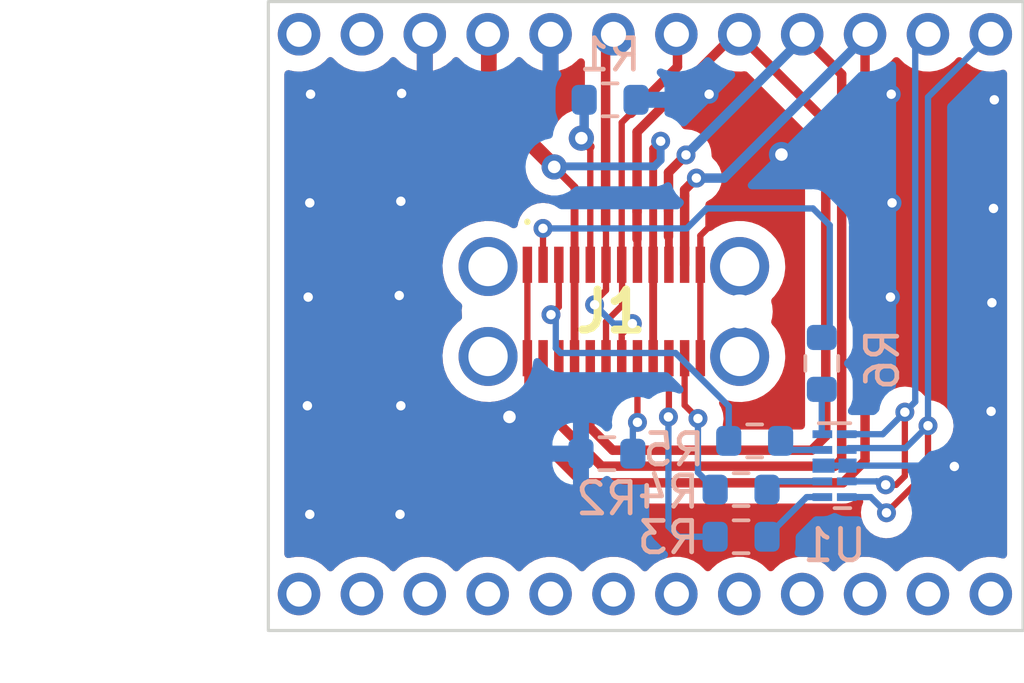
<source format=kicad_pcb>
(kicad_pcb (version 20211014) (generator pcbnew)
  (layers (0 "F.Cu" signal) (31 "B.Cu" signal) (34 "B.Paste" user) (35 "F.Paste" user) (36 "B.SilkS" user "B.Silkscreen") (37 "F.SilkS" user "F.Silkscreen") (38 "B.Mask" user) (39 "F.Mask" user) (44 "Edge.Cuts" user))
  (net 0 "")
  (net 1 "GND")
  (net 2 "+5V")
  (net 7 "UCI_COBC_UART_TX")
  (net 8 "UCI_COBC_UART_RX")
  (net 9 "COBC_Flashing_1")
  (net 10 "COBC_Flashing_2")
  (net 11 "+3.3V")
  (net 12 "COBC_Debugging_1")
  (net 13 "COBC_Debugging_2")
  (net 14 "Net-(J1-PadA5)")
  (net 15 "Net-(J1-PadB5)")
  (net 16 "1")
  (net 17 "2")
  (net 18 "4")
  (net 19 "3")
  (net 20 "Net-(U1-Pad1)")
  (net 21 "Net-(U1-Pad2)")
  (net 22 "Net-(U1-Pad4)")
  (net 23 "Net-(U1-Pad5)")
  (footprint "STS_connector:USB4160030170C" (layer "F.Cu") (at 133.0122 91.4146)
    (fp_text reference "J1" (at -0.094 0) (layer "F.SilkS") (effects (font (size 1.27 1.27) (thickness 0.254))))
    (fp_text value "Conn_02x14_Counter_Clockwise" hide)
    (fp_line (start -2.75 -2.8) (end -2.75 -2.8) (layer "F.SilkS") (width 0.1))
    (fp_line (start -2.75 -2.9) (end -2.75 -2.9) (layer "F.SilkS") (width 0.1))
    (fp_arc (start -2.75 -2.8) (mid -2.8 -2.85) (end -2.75 -2.9) (layer "F.SilkS") (width 0.1))
    (fp_arc (start -2.75 -2.9) (mid -2.7 -2.85) (end -2.75 -2.8) (layer "F.SilkS") (width 0.1))
    (pad "" np_thru_hole circle locked (at -4 0) (size 0.66 0.66) (drill 0.66) (layers *.Cu *.Mask))
    (pad "" np_thru_hole circle locked (at 4 0) (size 1.08 1.08) (drill 1.08) (layers *.Cu *.Mask))
    (pad "A1" smd rect locked (at -2.75 -1.485) (size 0.3 1.15) (layers "F.Cu" "F.Paste" "F.Mask") (net 1 "GND"))
    (pad "A2" smd rect locked (at -2.25 -1.485) (size 0.3 1.15) (layers "F.Cu" "F.Paste" "F.Mask") (net 16 "1"))
    (pad "A3" smd rect locked (at -1.75 -1.485) (size 0.3 1.15) (layers "F.Cu" "F.Paste" "F.Mask") (net 17 "2"))
    (pad "A4" smd rect locked (at -1.25 -1.485) (size 0.3 1.15) (layers "F.Cu" "F.Paste" "F.Mask") (net 2 "+5V"))
    (pad "A5" smd rect locked (at -0.75 -1.485) (size 0.3 1.15) (layers "F.Cu" "F.Paste" "F.Mask") (net 14 "Net-(J1-PadA5)"))
    (pad "A6" smd rect locked (at -0.25 -1.485) (size 0.3 1.15) (layers "F.Cu" "F.Paste" "F.Mask") (net 9 "COBC_Flashing_1"))
    (pad "A7" smd rect locked (at 0.25 -1.485) (size 0.3 1.15) (layers "F.Cu" "F.Paste" "F.Mask") (net 10 "COBC_Flashing_2"))
    (pad "A8" smd rect locked (at 0.75 -1.485) (size 0.3 1.15) (layers "F.Cu" "F.Paste" "F.Mask") (net 11 "+3.3V"))
    (pad "A9" smd rect locked (at 1.25 -1.485) (size 0.3 1.15) (layers "F.Cu" "F.Paste" "F.Mask") (net 2 "+5V"))
    (pad "A10" smd rect locked (at 1.75 -1.485) (size 0.3 1.15) (layers "F.Cu" "F.Paste" "F.Mask") (net 12 "COBC_Debugging_1"))
    (pad "A11" smd rect locked (at 2.25 -1.485) (size 0.3 1.15) (layers "F.Cu" "F.Paste" "F.Mask") (net 13 "COBC_Debugging_2"))
    (pad "A12" smd rect locked (at 2.75 -1.485) (size 0.3 1.15) (layers "F.Cu" "F.Paste" "F.Mask") (net 1 "GND"))
    (pad "B1" smd rect locked (at 2.75 1.485) (size 0.3 1.15) (layers "F.Cu" "F.Paste" "F.Mask") (net 1 "GND"))
    (pad "B2" smd rect locked (at 2.25 1.485) (size 0.3 1.15) (layers "F.Cu" "F.Paste" "F.Mask") (net 18 "4"))
    (pad "B3" smd rect locked (at 1.75 1.485) (size 0.3 1.15) (layers "F.Cu" "F.Paste" "F.Mask") (net 19 "3"))
    (pad "B4" smd rect locked (at 1.25 1.485) (size 0.3 1.15) (layers "F.Cu" "F.Paste" "F.Mask") (net 2 "+5V"))
    (pad "B5" smd rect locked (at 0.75 1.485) (size 0.3 1.15) (layers "F.Cu" "F.Paste" "F.Mask") (net 15 "Net-(J1-PadB5)"))
    (pad "B6" smd rect locked (at 0.25 1.485) (size 0.3 1.15) (layers "F.Cu" "F.Paste" "F.Mask") (net 9 "COBC_Flashing_1"))
    (pad "B7" smd rect locked (at -0.25 1.485) (size 0.3 1.15) (layers "F.Cu" "F.Paste" "F.Mask") (net 10 "COBC_Flashing_2"))
    (pad "B8" smd rect locked (at -0.75 1.485) (size 0.3 1.15) (layers "F.Cu" "F.Paste" "F.Mask") (net 11 "+3.3V"))
    (pad "B9" smd rect locked (at -1.25 1.485) (size 0.3 1.15) (layers "F.Cu" "F.Paste" "F.Mask") (net 2 "+5V"))
    (pad "B10" smd rect locked (at -1.75 1.485) (size 0.3 1.15) (layers "F.Cu" "F.Paste" "F.Mask") (net 12 "COBC_Debugging_1"))
    (pad "B11" smd rect locked (at -2.25 1.485) (size 0.3 1.15) (layers "F.Cu" "F.Paste" "F.Mask") (net 13 "COBC_Debugging_2"))
    (pad "B12" smd rect locked (at -2.75 1.485) (size 0.3 1.15) (layers "F.Cu" "F.Paste" "F.Mask") (net 1 "GND"))
    (pad "MH1" thru_hole circle locked (at -4 -1.43) (size 1.875 1.875) (drill 1.25) (layers *.Cu *.Mask))
    (pad "MH2" thru_hole circle locked (at 4 -1.43) (size 1.875 1.875) (drill 1.25) (layers *.Cu *.Mask))
    (pad "MH5" thru_hole circle locked (at -4 1.43) (size 1.875 1.875) (drill 1.25) (layers *.Cu *.Mask))
    (pad "MH6" thru_hole circle locked (at 4 1.43) (size 1.875 1.875) (drill 1.25) (layers *.Cu *.Mask))
  )
  (footprint "STS_connector:conn_to_panel" (layer "F.Cu") (at 123 82.6)
    (fp_text reference "REF**" hide)
    (fp_text value "conn_to_panel")
    (pad "1" thru_hole oval (at 0 0) (size 1.35 1.35) (drill 0.8) (layers *.Cu *.Mask))
    (pad "2" thru_hole oval (at 2 0) (size 1.35 1.35) (drill 0.8) (layers *.Cu *.Mask))
    (pad "3" thru_hole oval (at 4 0) (size 1.35 1.35) (drill 0.8) (layers *.Cu *.Mask) (net 1 "GND"))
    (pad "4" thru_hole oval (at 6 0) (size 1.35 1.35) (drill 0.8) (layers *.Cu *.Mask) (net 2 "+5V"))
    (pad "5" thru_hole oval (at 8 0) (size 1.35 1.35) (drill 0.8) (layers *.Cu *.Mask) (net 1 "GND"))
    (pad "6" thru_hole oval (at 10 0) (size 1.35 1.35) (drill 0.8) (layers *.Cu *.Mask) (net 9 "COBC_Flashing_1"))
    (pad "7" thru_hole oval (at 12 0) (size 1.35 1.35) (drill 0.8) (layers *.Cu *.Mask) (net 10 "COBC_Flashing_2"))
    (pad "8" thru_hole oval (at 14 0) (size 1.35 1.35) (drill 0.8) (layers *.Cu *.Mask) (net 11 "+3.3V"))
    (pad "9" thru_hole oval (at 16 0) (size 1.35 1.35) (drill 0.8) (layers *.Cu *.Mask) (net 12 "COBC_Debugging_1"))
    (pad "10" thru_hole oval (at 18 0) (size 1.35 1.35) (drill 0.8) (layers *.Cu *.Mask) (net 13 "COBC_Debugging_2"))
    (pad "11" thru_hole oval (at 20 0) (size 1.35 1.35) (drill 0.8) (layers *.Cu *.Mask) (net 7 "UCI_COBC_UART_TX"))
    (pad "12" thru_hole oval (at 22 0) (size 1.35 1.35) (drill 0.8) (layers *.Cu *.Mask) (net 8 "UCI_COBC_UART_RX"))
  )
  (footprint "STS_connector:conn_to_panel" (layer "F.Cu") (at 123 100.4)
    (fp_text reference "REF**" hide)
    (fp_text value "conn_to_panel")
    (pad "1" thru_hole oval (at 0 0) (size 1.35 1.35) (drill 0.8) (layers F&B.Cu *.Mask))
    (pad "2" thru_hole oval (at 2 0) (size 1.35 1.35) (drill 0.8) (layers F&B.Cu *.Mask))
    (pad "3" thru_hole oval (at 4 0) (size 1.35 1.35) (drill 0.8) (layers F&B.Cu *.Mask))
    (pad "4" thru_hole oval (at 6 0) (size 1.35 1.35) (drill 0.8) (layers F&B.Cu *.Mask))
    (pad "5" thru_hole oval (at 8 0) (size 1.35 1.35) (drill 0.8) (layers F&B.Cu *.Mask))
    (pad "6" thru_hole oval (at 10 0) (size 1.35 1.35) (drill 0.8) (layers F&B.Cu *.Mask))
    (pad "7" thru_hole oval (at 12 0) (size 1.35 1.35) (drill 0.8) (layers F&B.Cu *.Mask))
    (pad "8" thru_hole oval (at 14 0) (size 1.35 1.35) (drill 0.8) (layers F&B.Cu *.Mask))
    (pad "9" thru_hole oval (at 16 0) (size 1.35 1.35) (drill 0.8) (layers F&B.Cu *.Mask))
    (pad "10" thru_hole oval (at 18 0) (size 1.35 1.35) (drill 0.8) (layers F&B.Cu *.Mask))
    (pad "11" thru_hole oval (at 20 0) (size 1.35 1.35) (drill 0.8) (layers F&B.Cu *.Mask))
    (pad "12" thru_hole oval (at 22 0) (size 1.35 1.35) (drill 0.8) (layers F&B.Cu *.Mask))
  )
  (footprint "Resistor_SMD:R_0603_1608Metric" (layer "B.Cu") (at 139.6238 93.0656 -90)
    (fp_text reference "R6" (at -0.127 -1.9304 90) (layer "B.SilkS") (effects (justify mirror)))
    (fp_text value "1k" hide)
    (fp_line (start -0.237258 0.5225) (end 0.237258 0.5225) (layer "B.SilkS") (width 0.12))
    (fp_line (start -0.237258 -0.5225) (end 0.237258 -0.5225) (layer "B.SilkS") (width 0.12))
    (pad "1" smd roundrect (at -0.825 0 270) (size 0.8 0.95) (layers "B.Cu" "B.Paste" "B.Mask") (net 16 "1"))
    (pad "2" smd roundrect (at 0.825 0 270) (size 0.8 0.95) (layers "B.Cu" "B.Paste" "B.Mask") (net 23 "Net-(U1-Pad5)"))
  )
  (footprint "Resistor_SMD:R_0603_1608Metric" (layer "B.Cu") (at 137.4902 95.5294)
    (fp_text reference "R5" (at -2.5654 0.2794) (layer "B.SilkS") (effects (justify mirror)))
    (fp_text value "1k" hide)
    (fp_line (start -0.237258 -0.5225) (end 0.237258 -0.5225) (layer "B.SilkS") (width 0.12))
    (fp_line (start -0.237258 0.5225) (end 0.237258 0.5225) (layer "B.SilkS") (width 0.12))
    (pad "1" smd roundrect (at -0.825 0) (size 0.8 0.95) (layers "B.Cu" "B.Paste" "B.Mask") (net 17 "2"))
    (pad "2" smd roundrect (at 0.825 0) (size 0.8 0.95) (layers "B.Cu" "B.Paste" "B.Mask") (net 22 "Net-(U1-Pad4)"))
  )
  (footprint "Package_DFN_QFN:Diodes_UDFN-10_1.0x2.5mm_P0.5mm" (layer "B.Cu") (at 140.0302 96.3168)
    (fp_text reference "U1" (at 0 2.54) (layer "B.SilkS") (effects (justify mirror)))
    (fp_text value "ESD224DQA")
    (fp_line (start 0.5 1.35) (end 0 1.35) (layer "B.SilkS") (width 0.12))
    (fp_line (start 0.5 -1.35) (end -0.5 -1.35) (layer "B.SilkS") (width 0.12))
    (pad "1" smd rect (at -0.3875 1 90) (size 0.25 0.625) (layers "B.Cu" "B.Paste" "B.Mask") (net 20 "Net-(U1-Pad1)"))
    (pad "2" smd rect (at -0.3875 0.5 90) (size 0.25 0.625) (layers "B.Cu" "B.Paste" "B.Mask") (net 21 "Net-(U1-Pad2)"))
    (pad "3" smd rect (at -0.35 0 90) (size 0.45 0.7) (layers "B.Cu" "B.Paste" "B.Mask") (net 1 "GND"))
    (pad "4" smd rect (at -0.3875 -0.5 90) (size 0.25 0.625) (layers "B.Cu" "B.Paste" "B.Mask") (net 22 "Net-(U1-Pad4)"))
    (pad "5" smd rect (at -0.3875 -1 90) (size 0.25 0.625) (layers "B.Cu" "B.Paste" "B.Mask") (net 23 "Net-(U1-Pad5)"))
    (pad "6" smd rect (at 0.3875 -1 90) (size 0.25 0.625) (layers "B.Cu" "B.Paste" "B.Mask") (net 7 "UCI_COBC_UART_TX"))
    (pad "7" smd rect (at 0.3875 -0.5 90) (size 0.25 0.625) (layers "B.Cu" "B.Paste" "B.Mask") (net 8 "UCI_COBC_UART_RX"))
    (pad "8" smd rect (at 0.4125 0 90) (size 0.45 0.575) (layers "B.Cu" "B.Paste" "B.Mask") (net 1 "GND"))
    (pad "9" smd rect (at 0.3875 0.5 90) (size 0.25 0.625) (layers "B.Cu" "B.Paste" "B.Mask") (net 7 "UCI_COBC_UART_TX"))
    (pad "10" smd rect (at 0.3875 1 90) (size 0.25 0.625) (layers "B.Cu" "B.Paste" "B.Mask") (net 8 "UCI_COBC_UART_RX"))
  )
  (footprint "Resistor_SMD:R_0603_1608Metric" (layer "B.Cu") (at 137.0584 97.0788)
    (fp_text reference "R4" (at -2.3114 0.0762) (layer "B.SilkS") (effects (justify mirror)))
    (fp_text value "1k" hide)
    (fp_line (start -0.237258 0.5225) (end 0.237258 0.5225) (layer "B.SilkS") (width 0.12))
    (fp_line (start -0.237258 -0.5225) (end 0.237258 -0.5225) (layer "B.SilkS") (width 0.12))
    (pad "1" smd roundrect (at -0.825 0) (size 0.8 0.95) (layers "B.Cu" "B.Paste" "B.Mask") (net 18 "4"))
    (pad "2" smd roundrect (at 0.825 0) (size 0.8 0.95) (layers "B.Cu" "B.Paste" "B.Mask") (net 21 "Net-(U1-Pad2)"))
  )
  (footprint "Resistor_SMD:R_0603_1608Metric" (layer "B.Cu") (at 132.8928 84.6836 180)
    (fp_text reference "R1" (at 0 1.43) (layer "B.SilkS") (effects (justify mirror)))
    (fp_text value "5.11k")
    (fp_line (start -0.237258 -0.5225) (end 0.237258 -0.5225) (layer "B.SilkS") (width 0.12))
    (fp_line (start -0.237258 0.5225) (end 0.237258 0.5225) (layer "B.SilkS") (width 0.12))
    (pad "1" smd roundrect (at -0.825 0 180) (size 0.8 0.95) (layers "B.Cu" "B.Paste" "B.Mask") (net 1 "GND"))
    (pad "2" smd roundrect (at 0.825 0 180) (size 0.8 0.95) (layers "B.Cu" "B.Paste" "B.Mask") (net 14 "Net-(J1-PadA5)"))
  )
  (footprint "Resistor_SMD:R_0603_1608Metric" (layer "B.Cu") (at 132.7912 95.9358)
    (fp_text reference "R2" (at 0 1.43) (layer "B.SilkS") (effects (justify mirror)))
    (fp_text value "5.11k")
    (fp_line (start -0.237258 0.5225) (end 0.237258 0.5225) (layer "B.SilkS") (width 0.12))
    (fp_line (start -0.237258 -0.5225) (end 0.237258 -0.5225) (layer "B.SilkS") (width 0.12))
    (pad "1" smd roundrect (at -0.825 0) (size 0.8 0.95) (layers "B.Cu" "B.Paste" "B.Mask") (net 1 "GND"))
    (pad "2" smd roundrect (at 0.825 0) (size 0.8 0.95) (layers "B.Cu" "B.Paste" "B.Mask") (net 15 "Net-(J1-PadB5)"))
  )
  (footprint "Resistor_SMD:R_0603_1608Metric" (layer "B.Cu") (at 137.0584 98.5774)
    (fp_text reference "R3" (at -2.3114 0.0254) (layer "B.SilkS") (effects (justify mirror)))
    (fp_text value "1k" hide)
    (fp_line (start -0.237258 -0.5225) (end 0.237258 -0.5225) (layer "B.SilkS") (width 0.12))
    (fp_line (start -0.237258 0.5225) (end 0.237258 0.5225) (layer "B.SilkS") (width 0.12))
    (pad "1" smd roundrect (at -0.825 0) (size 0.8 0.95) (layers "B.Cu" "B.Paste" "B.Mask") (net 19 "3"))
    (pad "2" smd roundrect (at 0.825 0) (size 0.8 0.95) (layers "B.Cu" "B.Paste" "B.Mask") (net 20 "Net-(U1-Pad1)"))
  )
  (gr_rect (start 122.0246 101.5594) (end 146.0246 81.5594) (layer "Edge.Cuts") (width 0.1) (fill none))
  (segment (start 135.7622 89.9296) (end 135.7622 89.0024) (width 0.2) (layer "F.Cu") (net 1))
  (segment (start 130.2622 89.9296) (end 130.2622 92.8996) (width 0.2) (layer "F.Cu") (net 1))
  (segment (start 130.2622 94.7056) (end 130.2004 94.7674) (width 0.2) (layer "F.Cu") (net 1))
  (segment (start 135.7622 89.9296) (end 135.7622 92.8996) (width 0.2) (layer "F.Cu") (net 1))
  (segment (start 129.6924 94.7674) (end 130.2004 94.7674) (width 0.3) (layer "F.Cu") (net 1))
  (segment (start 130.2622 92.8996) (end 130.2622 94.7056) (width 0.2) (layer "F.Cu") (net 1))
  (segment (start 137.8966 86.868) (end 138.3411 86.4235) (width 0.2) (layer "F.Cu") (net 1))
  (segment (start 135.7622 89.0024) (end 137.8966 86.868) (width 0.2) (layer "F.Cu") (net 1))
  (via (at 145.1102 84.6836) (size 0.6) (drill 0.3) (layers "F.Cu" "B.Cu") (net 1))
  (via (at 143.8402 96.3422) (size 0.6) (drill 0.3) (layers "F.Cu" "B.Cu") (net 1))
  (via (at 123.3678 84.5058) (size 0.6) (drill 0.3) (layers "F.Cu" "B.Cu") (net 1))
  (via (at 126.238 94.4118) (size 0.6) (drill 0.3) (layers "F.Cu" "B.Cu") (net 1))
  (via (at 123.3424 97.8662) (size 0.6) (drill 0.3) (layers "F.Cu" "B.Cu") (net 1))
  (via (at 145.034 91.1352) (size 0.6) (drill 0.3) (layers "F.Cu" "B.Cu") (net 1))
  (via (at 141.8336 84.5058) (size 0.6) (drill 0.3) (layers "F.Cu" "B.Cu") (net 1))
  (via (at 123.2916 90.9574) (size 0.6) (drill 0.3) (layers "F.Cu" "B.Cu") (net 1))
  (via (at 123.2662 94.4118) (size 0.6) (drill 0.3) (layers "F.Cu" "B.Cu") (net 1))
  (via (at 141.8082 90.9574) (size 0.6) (drill 0.3) (layers "F.Cu" "B.Cu") (net 1))
  (via (at 129.6924 94.7674) (size 0.8) (drill 0.4) (layers "F.Cu" "B.Cu") (net 1))
  (via (at 141.859 87.9602) (size 0.6) (drill 0.3) (layers "F.Cu" "B.Cu") (net 1))
  (via (at 126.1872 90.9066) (size 0.6) (drill 0.3) (layers "F.Cu" "B.Cu") (net 1))
  (via (at 145.0086 94.5896) (size 0.6) (drill 0.3) (layers "F.Cu" "B.Cu") (net 1))
  (via (at 126.238 87.9094) (size 0.6) (drill 0.3) (layers "F.Cu" "B.Cu") (net 1))
  (via (at 126.2634 84.4804) (size 0.6) (drill 0.3) (layers "F.Cu" "B.Cu") (net 1))
  (via (at 138.3411 86.4235) (size 0.8) (drill 0.4) (layers "F.Cu" "B.Cu") (net 1))
  (via (at 136.0424 84.5058) (size 0.6) (drill 0.3) (layers "F.Cu" "B.Cu") (net 1))
  (via (at 126.2126 97.8662) (size 0.6) (drill 0.3) (layers "F.Cu" "B.Cu") (net 1))
  (via (at 123.3424 87.9602) (size 0.6) (drill 0.3) (layers "F.Cu" "B.Cu") (net 1))
  (via (at 145.0848 88.138) (size 0.6) (drill 0.3) (layers "F.Cu" "B.Cu") (net 1))
  (segment (start 131.9662 95.9358) (end 130.8608 95.9358) (width 0.2) (layer "B.Cu") (net 1))
  (segment (start 140.4427 96.3168) (end 143.8148 96.3168) (width 0.2) (layer "B.Cu") (net 1))
  (segment (start 130.8608 95.9358) (end 129.6924 94.7674) (width 0.2) (layer "B.Cu") (net 1))
  (segment (start 143.8148 96.3168) (end 143.8402 96.3422) (width 0.2) (layer "B.Cu") (net 1))
  (segment (start 139.6802 96.3168) (end 140.4427 96.3168) (width 0.2) (layer "B.Cu") (net 1))
  (segment (start 131.7622 89.9296) (end 131.7622 87.8456) (width 0.25) (layer "F.Cu") (net 2))
  (segment (start 131.7622 92.8996) (end 131.7622 89.9296) (width 0.25) (layer "F.Cu") (net 2))
  (segment (start 134.2622 92.8996) (end 134.2622 89.9296) (width 0.25) (layer "F.Cu") (net 2))
  (segment (start 134.2622 86.2378) (end 134.5 86) (width 0.25) (layer "F.Cu") (net 2))
  (segment (start 131.7622 87.4646) (end 131.1148 86.8172) (width 0.25) (layer "F.Cu") (net 2))
  (segment (start 131.7622 87.8456) (end 131.7622 87.4646) (width 0.25) (layer "F.Cu") (net 2))
  (segment (start 134.2622 89.9296) (end 134.2622 86.2378) (width 0.25) (layer "F.Cu") (net 2))
  (segment (start 129.0358 82.6516) (end 129.0358 84.7382) (width 0.5) (layer "F.Cu") (net 2))
  (segment (start 129.0358 84.7382) (end 131.1148 86.8172) (width 0.5) (layer "F.Cu") (net 2))
  (via (at 131.1148 86.8172) (size 0.8) (drill 0.4) (layers "F.Cu" "B.Cu") (net 2))
  (via (at 134.5 86) (size 0.6) (drill 0.3) (layers "F.Cu" "B.Cu") (net 2))
  (segment (start 131.132 86.8) (end 131.1148 86.8172) (width 0.25) (layer "B.Cu") (net 2))
  (segment (start 134.5 86) (end 134.5 86.6) (width 0.25) (layer "B.Cu") (net 2))
  (segment (start 134.3 86.8) (end 131.132 86.8) (width 0.25) (layer "B.Cu") (net 2))
  (segment (start 134.5 86.6) (end 134.3 86.8) (width 0.25) (layer "B.Cu") (net 2))
  (segment (start 141.986 96.9264) (end 142.2654 96.647) (width 0.2) (layer "F.Cu") (net 7))
  (segment (start 141.6558 96.9264) (end 141.986 96.9264) (width 0.2) (layer "F.Cu") (net 7))
  (segment (start 142.2654 96.647) (end 142.2654 94.615) (width 0.2) (layer "F.Cu") (net 7))
  (via (at 141.6558 96.9264) (size 0.6) (drill 0.3) (layers "F.Cu" "B.Cu") (net 7))
  (via (at 142.2654 94.615) (size 0.6) (drill 0.3) (layers "F.Cu" "B.Cu") (net 7))
  (segment (start 142.5956 94.2848) (end 142.5956 83.0044) (width 0.2) (layer "B.Cu") (net 7))
  (segment (start 141.3684 96.8168) (end 141.478 96.9264) (width 0.2) (layer "B.Cu") (net 7))
  (segment (start 140.4177 96.8168) (end 141.3684 96.8168) (width 0.2) (layer "B.Cu") (net 7))
  (segment (start 141.478 96.9264) (end 141.6558 96.9264) (width 0.2) (layer "B.Cu") (net 7))
  (segment (start 142.2654 94.615) (end 142.5956 94.2848) (width 0.2) (layer "B.Cu") (net 7))
  (segment (start 140.4177 95.3168) (end 141.5636 95.3168) (width 0.2) (layer "B.Cu") (net 7))
  (segment (start 141.5636 95.3168) (end 142.2654 94.615) (width 0.2) (layer "B.Cu") (net 7))
  (segment (start 141.3684 96.8168) (end 141.4446 96.8168) (width 0.2) (layer "B.Cu") (net 7))
  (segment (start 142.5956 83.0044) (end 143 82.6) (width 0.2) (layer "B.Cu") (net 7))
  (segment (start 141.6812 97.8154) (end 143.002 96.4946) (width 0.2) (layer "F.Cu") (net 8))
  (segment (start 143.002 96.4946) (end 143.002 95.0468) (width 0.2) (layer "F.Cu") (net 8))
  (via (at 141.6812 97.8154) (size 0.6) (drill 0.3) (layers "F.Cu" "B.Cu") (net 8))
  (via (at 143.002 95.0468) (size 0.6) (drill 0.3) (layers "F.Cu" "B.Cu") (net 8))
  (segment (start 143.002 84.598) (end 143.3148 84.2852) (width 0.2) (layer "B.Cu") (net 8))
  (segment (start 140.4177 95.8168) (end 140.4765 95.758) (width 0.2) (layer "B.Cu") (net 8))
  (segment (start 143.002 95.0468) (end 143.002 84.598) (width 0.2) (layer "B.Cu") (net 8))
  (segment (start 141.1826 97.3168) (end 141.6812 97.8154) (width 0.2) (layer "B.Cu") (net 8))
  (segment (start 140.4765 95.758) (end 142.2908 95.758) (width 0.2) (layer "B.Cu") (net 8))
  (segment (start 140.4177 97.3168) (end 141.1826 97.3168) (width 0.2) (layer "B.Cu") (net 8))
  (segment (start 145 82.6) (end 143.3148 84.2852) (width 0.2) (layer "B.Cu") (net 8))
  (segment (start 142.2908 95.758) (end 143.002 95.0468) (width 0.2) (layer "B.Cu") (net 8))
  (segment (start 133.2622 92.8996) (end 133.2622 92.2622) (width 0.2) (layer "F.Cu") (net 9))
  (segment (start 132.75 82.9374) (end 133.0358 82.6516) (width 0.3) (layer "F.Cu") (net 9))
  (segment (start 133.2622 92.1378) (end 133.2622 92.2622) (width 0.2) (layer "F.Cu") (net 9))
  (segment (start 133.6 91.8) (end 133.2622 92.1378) (width 0.2) (layer "F.Cu") (net 9))
  (segment (start 132.7622 88.7948) (end 132.7404 88.773) (width 0.2) (layer "F.Cu") (net 9))
  (segment (start 132.7622 89.9296) (end 132.7622 88.7948) (width 0.2) (layer "F.Cu") (net 9))
  (segment (start 132.7622 90.6816) (end 132.7622 89.9296) (width 0.2) (layer "F.Cu") (net 9))
  (segment (start 132.4 91.1) (end 132.4 91.2) (width 0.2) (layer "F.Cu") (net 9))
  (segment (start 132.75 88.7634) (end 132.75 82.9374) (width 0.3) (layer "F.Cu") (net 9))
  (segment (start 132.7622 90.6816) (end 132.7622 90.7378) (width 0.2) (layer "F.Cu") (net 9))
  (segment (start 132.7622 90.7378) (end 132.4 91.1) (width 0.2) (layer "F.Cu") (net 9))
  (via (at 133.6 91.8) (size 0.6) (drill 0.3) (layers "F.Cu" "B.Cu") (net 9))
  (via (at 132.4 91.2) (size 0.6) (drill 0.3) (layers "F.Cu" "B.Cu") (net 9))
  (segment (start 132.4 91.2) (end 133 91.8) (width 0.2) (layer "B.Cu") (net 9))
  (segment (start 133 91.8) (end 133.6 91.8) (width 0.2) (layer "B.Cu") (net 9))
  (segment (start 135.0358 82.6516) (end 135.0358 83.6328) (width 0.3) (layer "F.Cu") (net 10))
  (segment (start 135.0358 83.6328) (end 133.5532 85.1154) (width 0.3) (layer "F.Cu") (net 10))
  (segment (start 133.2738 91.2262) (end 132.7622 91.7378) (width 0.2) (layer "F.Cu") (net 10))
  (segment (start 132.7622 91.7378) (end 132.7622 92.8996) (width 0.2) (layer "F.Cu") (net 10))
  (segment (start 133.2622 89.9296) (end 133.2622 85.4064) (width 0.2) (layer "F.Cu") (net 10))
  (segment (start 133.2622 89.9296) (end 133.2738 89.9412) (width 0.2) (layer "F.Cu") (net 10))
  (segment (start 133.2738 89.9412) (end 133.2738 91.2262) (width 0.2) (layer "F.Cu") (net 10))
  (segment (start 133.2622 85.4064) (end 133.5532 85.1154) (width 0.2) (layer "F.Cu") (net 10))
  (segment (start 133.7622 89.1228) (end 133.7622 88.2708) (width 0.25) (layer "F.Cu") (net 11))
  (segment (start 136.8044 82.6516) (end 133.75 85.706) (width 0.3) (layer "F.Cu") (net 11))
  (segment (start 132.2622 94.4878) (end 132.25 94.5) (width 0.25) (layer "F.Cu") (net 11))
  (segment (start 133.7622 88.2708) (end 133.75 88.2586) (width 0.25) (layer "F.Cu") (net 11))
  (segment (start 132.25 94.5) (end 132.25 95.0996) (width 0.3) (layer "F.Cu") (net 11))
  (segment (start 133.75 85.706) (end 133.75 87.865) (width 0.3) (layer "F.Cu") (net 11))
  (segment (start 139.7508 95.377) (end 139.7508 85.3666) (width 0.3) (layer "F.Cu") (net 11))
  (segment (start 137.0358 82.6516) (end 136.8044 82.6516) (width 0.3) (layer "F.Cu") (net 11))
  (segment (start 133.75 88.2586) (end 133.75 87.865) (width 0.3) (layer "F.Cu") (net 11))
  (segment (start 139.3014 95.8264) (end 139.7508 95.377) (width 0.3) (layer "F.Cu") (net 11))
  (segment (start 132.2622 92.8996) (end 132.2622 94.4878) (width 0.25) (layer "F.Cu") (net 11))
  (segment (start 133.75 87.865) (end 133.75 89.1106) (width 0.3) (layer "F.Cu") (net 11))
  (segment (start 132.9768 95.8264) (end 139.3014 95.8264) (width 0.3) (layer "F.Cu") (net 11))
  (segment (start 132.25 95.0996) (end 132.9768 95.8264) (width 0.3) (layer "F.Cu") (net 11))
  (segment (start 139.7508 85.3666) (end 137.0358 82.6516) (width 0.3) (layer "F.Cu") (net 11))
  (segment (start 133.7622 89.9296) (end 133.7622 89.1228) (width 0.25) (layer "F.Cu") (net 11))
  (segment (start 131.25 94.6486) (end 131.25 94.9878) (width 0.3) (layer "F.Cu") (net 12))
  (segment (start 132.6216 96.334) (end 140.0384 96.334) (width 0.3) (layer "F.Cu") (net 12))
  (segment (start 134.75 87.76) (end 134.75 86.992) (width 0.3) (layer "F.Cu") (net 12))
  (segment (start 131.2622 92.8996) (end 131.2622 94.6364) (width 0.25) (layer "F.Cu") (net 12))
  (segment (start 131.2754 94.9878) (end 132.6216 96.334) (width 0.3) (layer "F.Cu") (net 12))
  (segment (start 131.25 94.9878) (end 131.2754 94.9878) (width 0.3) (layer "F.Cu") (net 12))
  (segment (start 134.75 86.992) (end 135.3058 86.4362) (width 0.3) (layer "F.Cu") (net 12))
  (segment (start 140.0384 96.334) (end 140.2569 96.1155) (width 0.3) (layer "F.Cu") (net 12))
  (segment (start 134.75 87.76) (end 134.75 89.03) (width 0.3) (layer "F.Cu") (net 12))
  (segment (start 134.7622 89.9296) (end 134.7622 89.0422) (width 0.25) (layer "F.Cu") (net 12))
  (segment (start 134.7622 89.0422) (end 134.7622 88.2234) (width 0.25) (layer "F.Cu") (net 12))
  (segment (start 140.2569 96.1155) (end 140.2569 83.8727) (width 0.3) (layer "F.Cu") (net 12))
  (segment (start 134.7622 88.2234) (end 134.75 88.2112) (width 0.25) (layer "F.Cu") (net 12))
  (segment (start 134.75 88.2112) (end 134.75 87.76) (width 0.3) (layer "F.Cu") (net 12))
  (segment (start 140.2569 83.8727) (end 139.0358 82.6516) (width 0.3) (layer "F.Cu") (net 12))
  (via (at 135.3058 86.4362) (size 0.6) (drill 0.3) (layers "F.Cu" "B.Cu") (net 12))
  (segment (start 135.3058 86.4362) (end 139.0358 82.7062) (width 0.3) (layer "B.Cu") (net 12))
  (segment (start 139.0358 82.7062) (end 139.0358 82.6516) (width 0.3) (layer "B.Cu") (net 12))
  (segment (start 130.75 94.5) (end 130.75 95.5964) (width 0.3) (layer "F.Cu") (net 13))
  (segment (start 141 96.1598) (end 141 82.6) (width 0.3) (layer "F.Cu") (net 13))
  (segment (start 132.0165 96.8629) (end 140.2969 96.8629) (width 0.3) (layer "F.Cu") (net 13))
  (segment (start 135.2622 87.7378) (end 135.2622 89.9296) (width 0.3) (layer "F.Cu") (net 13))
  (segment (start 135.2622 87.5466) (end 135.636 87.1728) (width 0.3) (layer "F.Cu") (net 13))
  (segment (start 130.75 95.5964) (end 132.0165 96.8629) (width 0.3) (layer "F.Cu") (net 13))
  (segment (start 130.7622 94.4878) (end 130.75 94.5) (width 0.25) (layer "F.Cu") (net 13))
  (segment (start 130.7622 92.8996) (end 130.7622 94.4878) (width 0.25) (layer "F.Cu") (net 13))
  (segment (start 140.2969 96.8629) (end 141 96.1598) (width 0.3) (layer "F.Cu") (net 13))
  (segment (start 135.2622 87.7378) (end 135.2622 87.5466) (width 0.3) (layer "F.Cu") (net 13))
  (via (at 135.636 87.1728) (size 0.6) (drill 0.3) (layers "F.Cu" "B.Cu") (net 13))
  (segment (start 136.5146 87.1728) (end 141.0358 82.6516) (width 0.3) (layer "B.Cu") (net 13))
  (segment (start 135.636 87.1728) (end 136.5146 87.1728) (width 0.3) (layer "B.Cu") (net 13))
  (segment (start 131.9784 85.9028) (end 132.25 86.1744) (width 0.3) (layer "F.Cu") (net 14))
  (segment (start 132.2622 86.1866) (end 132.25 86.1744) (width 0.2) (layer "F.Cu") (net 14))
  (segment (start 132.2622 89.9296) (end 132.2622 86.1866) (width 0.2) (layer "F.Cu") (net 14))
  (via (at 131.9784 85.9028) (size 0.8) (drill 0.4) (layers "F.Cu" "B.Cu") (net 14))
  (segment (start 131.9784 85.9028) (end 132.0678 85.8134) (width 0.3) (layer "B.Cu") (net 14))
  (segment (start 132.0678 85.8134) (end 132.0678 84.6836) (width 0.3) (layer "B.Cu") (net 14))
  (segment (start 133.7622 92.8996) (end 133.7622 94.9394) (width 0.2) (layer "F.Cu") (net 15))
  (via (at 133.7622 94.9394) (size 0.6) (drill 0.3) (layers "F.Cu" "B.Cu") (net 15))
  (segment (start 133.7622 94.9394) (end 133.6162 95.0854) (width 0.2) (layer "B.Cu") (net 15))
  (segment (start 133.6162 95.0854) (end 133.6162 95.9358) (width 0.2) (layer "B.Cu") (net 15))
  (segment (start 130.7592 89.9266) (end 130.7622 89.9296) (width 0.2) (layer "F.Cu") (net 16))
  (segment (start 130.7592 88.773) (end 130.7592 89.9266) (width 0.2) (layer "F.Cu") (net 16))
  (via (at 130.7592 88.773) (size 0.6) (drill 0.3) (layers "F.Cu" "B.Cu") (net 16))
  (segment (start 139.8778 91.9866) (end 139.6238 92.2406) (width 0.2) (layer "B.Cu") (net 16))
  (segment (start 130.7592 88.773) (end 135.3312 88.773) (width 0.2) (layer "B.Cu") (net 16))
  (segment (start 139.8778 88.6714) (end 139.8778 91.9866) (width 0.2) (layer "B.Cu") (net 16))
  (segment (start 139.3444 88.138) (end 139.8778 88.6714) (width 0.2) (layer "B.Cu") (net 16))
  (segment (start 135.9662 88.138) (end 139.3444 88.138) (width 0.2) (layer "B.Cu") (net 16))
  (segment (start 135.3312 88.773) (end 135.9662 88.138) (width 0.2) (layer "B.Cu") (net 16))
  (segment (start 131.0132 91.5162) (end 131.2622 91.2672) (width 0.2) (layer "F.Cu") (net 17))
  (segment (start 131.2622 91.2672) (end 131.2622 89.9296) (width 0.2) (layer "F.Cu") (net 17))
  (via (at 131.0132 91.5162) (size 0.6) (drill 0.3) (layers "F.Cu" "B.Cu") (net 17))
  (segment (start 131.1656 92.583) (end 131.1656 91.6686) (width 0.2) (layer "B.Cu") (net 17))
  (segment (start 136.6652 95.5294) (end 136.6652 94.425) (width 0.2) (layer "B.Cu") (net 17))
  (segment (start 134.9756 92.7354) (end 131.318 92.7354) (width 0.2) (layer "B.Cu") (net 17))
  (segment (start 136.6652 94.425) (end 134.9756 92.7354) (width 0.2) (layer "B.Cu") (net 17))
  (segment (start 131.318 92.7354) (end 131.1656 92.583) (width 0.2) (layer "B.Cu") (net 17))
  (segment (start 131.1656 91.6686) (end 131.0132 91.5162) (width 0.2) (layer "B.Cu") (net 17))
  (segment (start 135.2622 94.3936) (end 135.2622 92.8996) (width 0.2) (layer "F.Cu") (net 18))
  (segment (start 135.6868 94.8182) (end 135.2622 94.3936) (width 0.2) (layer "F.Cu") (net 18))
  (via (at 135.6868 94.8182) (size 0.6) (drill 0.3) (layers "F.Cu" "B.Cu") (net 18))
  (segment (start 135.6868 94.8182) (end 135.6868 96.5322) (width 0.2) (layer "B.Cu") (net 18))
  (segment (start 135.6868 96.5322) (end 136.2334 97.0788) (width 0.2) (layer "B.Cu") (net 18))
  (segment (start 134.7622 94.7522) (end 134.7622 94.4878) (width 0.2) (layer "F.Cu") (net 19))
  (segment (start 134.747 94.7674) (end 134.7622 94.7522) (width 0.2) (layer "F.Cu") (net 19))
  (segment (start 134.7622 92.8996) (end 134.7622 94.4878) (width 0.2) (layer "F.Cu") (net 19))
  (segment (start 134.7622 94.4878) (end 134.75 94.5) (width 0.2) (layer "F.Cu") (net 19))
  (via (at 134.747 94.7674) (size 0.6) (drill 0.3) (layers "F.Cu" "B.Cu") (net 19))
  (segment (start 134.747 94.7674) (end 134.747 98.2472) (width 0.2) (layer "B.Cu") (net 19))
  (segment (start 134.747 98.2472) (end 135.0772 98.5774) (width 0.2) (layer "B.Cu") (net 19))
  (segment (start 135.0772 98.5774) (end 136.2334 98.5774) (width 0.2) (layer "B.Cu") (net 19))
  (segment (start 139.144 97.3168) (end 137.8834 98.5774) (width 0.2) (layer "B.Cu") (net 20))
  (segment (start 139.6427 97.3168) (end 139.144 97.3168) (width 0.2) (layer "B.Cu") (net 20))
  (segment (start 139.6427 96.8168) (end 138.1454 96.8168) (width 0.2) (layer "B.Cu") (net 21))
  (segment (start 138.1454 96.8168) (end 137.8834 97.0788) (width 0.2) (layer "B.Cu") (net 21))
  (segment (start 138.6026 95.8168) (end 138.3152 95.5294) (width 0.2) (layer "B.Cu") (net 22))
  (segment (start 139.6427 95.8168) (end 138.6026 95.8168) (width 0.2) (layer "B.Cu") (net 22))
  (segment (start 139.6238 93.8906) (end 139.6238 95.2979) (width 0.2) (layer "B.Cu") (net 23))
  (segment (start 139.6238 95.2979) (end 139.6427 95.3168) (width 0.2) (layer "B.Cu") (net 23))
  (zone (net 1) (net_name "GND") (layers F&B.Cu) (name "gnd") (connect_pads (clearance 0.508)) (min_thickness 0.254) (fill yes (thermal_gap 0.508) (thermal_bridge_width 0.508))
    (polygon (pts (xy 146.0246 101.5492) (xy 122.0216 101.6) (xy 122.0216 81.5848) (xy 145.9992 81.5594)))
  )
)
</source>
